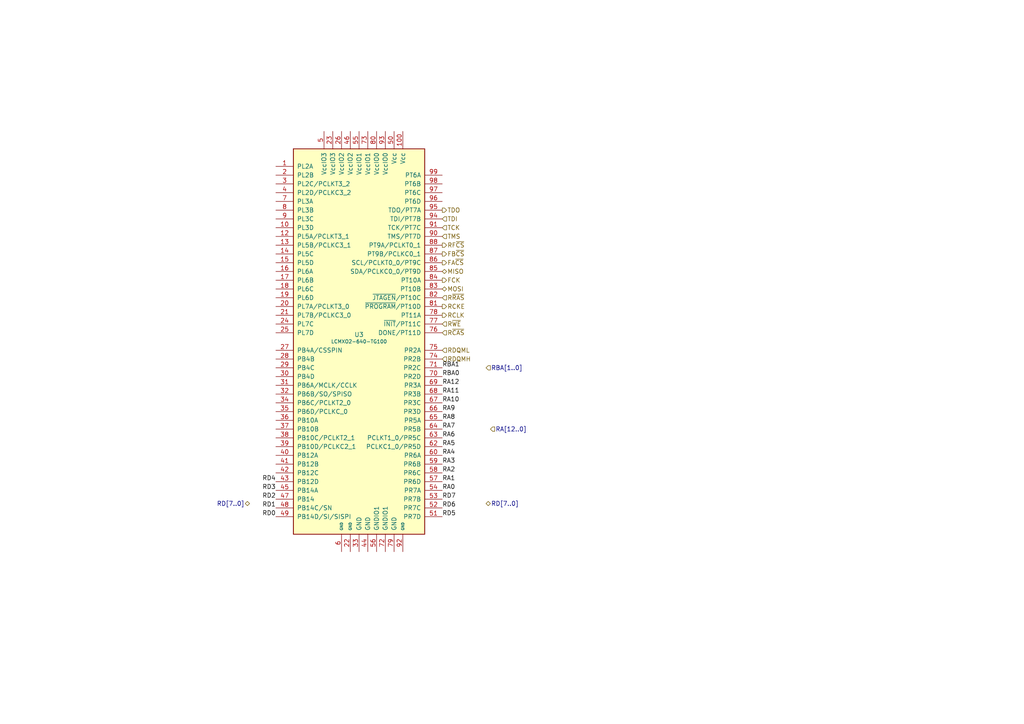
<source format=kicad_sch>
(kicad_sch (version 20230121) (generator eeschema)
  (paper "A4")
  (lib_symbols
    (symbol "GW_PLD:LCMXO2-640-TG100" (pin_names (offset 1.016))
      (property "Reference" "U" (at 0 1.27 0))
      (property "Value" "LCMXO2-640-TG100" (at 0 0 0))
      (symbol "LCMXO2-640-TG100_1_1"
        (rectangle (start -19.05 55.88) (end 19.05 -55.88) (stroke (width 0.254)) (fill (type background)))
        (pin bidirectional line (at -24.13 50.8 0) (length 5.08) (name "PL2A") (number "1"))
        (pin bidirectional line (at -24.13 33.02 0) (length 5.08) (name "PL3D") (number "10"))
        (pin power_in line (at 12.7 60.96 270) (length 5.08) (name "Vcc") (number "100"))
        (pin bidirectional line (at -24.13 30.48 0) (length 5.08) (name "PL5A/PCLKT3_1") (number "12"))
        (pin bidirectional line (at -24.13 27.94 0) (length 5.08) (name "PL5B/PCLKC3_1") (number "13"))
        (pin bidirectional line (at -24.13 25.4 0) (length 5.08) (name "PL5C") (number "14"))
        (pin bidirectional line (at -24.13 22.86 0) (length 5.08) (name "PL5D") (number "15"))
        (pin bidirectional line (at -24.13 20.32 0) (length 5.08) (name "PL6A") (number "16"))
        (pin bidirectional line (at -24.13 17.78 0) (length 5.08) (name "PL6B") (number "17"))
        (pin bidirectional line (at -24.13 15.24 0) (length 5.08) (name "PL6C") (number "18"))
        (pin bidirectional line (at -24.13 12.7 0) (length 5.08) (name "PL6D") (number "19"))
        (pin bidirectional line (at -24.13 48.26 0) (length 5.08) (name "PL2B") (number "2"))
        (pin bidirectional line (at -24.13 10.16 0) (length 5.08) (name "PL7A/PCLKT3_0") (number "20"))
        (pin bidirectional line (at -24.13 7.62 0) (length 5.08) (name "PL7B/PCLKC3_0") (number "21"))
        (pin power_in line (at -2.54 -60.96 90) (length 5.08) (name "GND") (number "22"))
        (pin power_in line (at -7.62 60.96 270) (length 5.08) (name "VccIO3") (number "23"))
        (pin bidirectional line (at -24.13 5.08 0) (length 5.08) (name "PL7C") (number "24"))
        (pin bidirectional line (at -24.13 2.54 0) (length 5.08) (name "PL7D") (number "25"))
        (pin power_in line (at -5.08 60.96 270) (length 5.08) (name "VccIO2") (number "26"))
        (pin bidirectional line (at -24.13 -2.54 0) (length 5.08) (name "PB4A/CSSPIN") (number "27"))
        (pin bidirectional line (at -24.13 -5.08 0) (length 5.08) (name "PB4B") (number "28"))
        (pin bidirectional line (at -24.13 -7.62 0) (length 5.08) (name "PB4C") (number "29"))
        (pin bidirectional line (at -24.13 45.72 0) (length 5.08) (name "PL2C/PCLKT3_2") (number "3"))
        (pin bidirectional line (at -24.13 -10.16 0) (length 5.08) (name "PB4D") (number "30"))
        (pin bidirectional line (at -24.13 -12.7 0) (length 5.08) (name "PB6A/MCLK/CCLK") (number "31"))
        (pin bidirectional line (at -24.13 -15.24 0) (length 5.08) (name "PB6B/SO/SPISO") (number "32"))
        (pin power_in line (at 0 -60.96 90) (length 5.08) (name "GND") (number "33"))
        (pin bidirectional line (at -24.13 -17.78 0) (length 5.08) (name "PB6C/PCLKT2_0") (number "34"))
        (pin bidirectional line (at -24.13 -20.32 0) (length 5.08) (name "PB6D/PCLKC_0") (number "35"))
        (pin bidirectional line (at -24.13 -22.86 0) (length 5.08) (name "PB10A") (number "36"))
        (pin bidirectional line (at -24.13 -25.4 0) (length 5.08) (name "PB10B") (number "37"))
        (pin bidirectional line (at -24.13 -27.94 0) (length 5.08) (name "PB10C/PCLKT2_1") (number "38"))
        (pin bidirectional line (at -24.13 -30.48 0) (length 5.08) (name "PB10D/PCLKC2_1") (number "39"))
        (pin bidirectional line (at -24.13 43.18 0) (length 5.08) (name "PL2D/PCLKC3_2") (number "4"))
        (pin bidirectional line (at -24.13 -33.02 0) (length 5.08) (name "PB12A") (number "40"))
        (pin bidirectional line (at -24.13 -35.56 0) (length 5.08) (name "PB12B") (number "41"))
        (pin bidirectional line (at -24.13 -38.1 0) (length 5.08) (name "PB12C") (number "42"))
        (pin bidirectional line (at -24.13 -40.64 0) (length 5.08) (name "PB12D") (number "43"))
        (pin power_in line (at 2.54 -60.96 90) (length 5.08) (name "GND") (number "44"))
        (pin bidirectional line (at -24.13 -43.18 0) (length 5.08) (name "PB14A") (number "45"))
        (pin power_in line (at -2.54 60.96 270) (length 5.08) (name "VccIO2") (number "46"))
        (pin bidirectional line (at -24.13 -45.72 0) (length 5.08) (name "PB14") (number "47"))
        (pin bidirectional line (at -24.13 -48.26 0) (length 5.08) (name "PB14C/SN") (number "48"))
        (pin bidirectional line (at -24.13 -50.8 0) (length 5.08) (name "PB14D/SI/SISPI") (number "49"))
        (pin power_in line (at -10.16 60.96 270) (length 5.08) (name "VccIO3") (number "5"))
        (pin power_in line (at 10.16 60.96 270) (length 5.08) (name "Vcc") (number "50"))
        (pin bidirectional line (at 24.13 -50.8 180) (length 5.08) (name "PR7D") (number "51"))
        (pin bidirectional line (at 24.13 -48.26 180) (length 5.08) (name "PR7C") (number "52"))
        (pin bidirectional line (at 24.13 -45.72 180) (length 5.08) (name "PR7B") (number "53"))
        (pin bidirectional line (at 24.13 -43.18 180) (length 5.08) (name "PR7A") (number "54"))
        (pin power_in line (at 0 60.96 270) (length 5.08) (name "VccIO1") (number "55"))
        (pin power_in line (at 5.08 -60.96 90) (length 5.08) (name "GNDIO1") (number "56"))
        (pin bidirectional line (at 24.13 -40.64 180) (length 5.08) (name "PR6D") (number "57"))
        (pin bidirectional line (at 24.13 -38.1 180) (length 5.08) (name "PR6C") (number "58"))
        (pin bidirectional line (at 24.13 -35.56 180) (length 5.08) (name "PR6B") (number "59"))
        (pin power_in line (at -5.08 -60.96 90) (length 5.08) (name "GND") (number "6"))
        (pin bidirectional line (at 24.13 -33.02 180) (length 5.08) (name "PR6A") (number "60"))
        (pin bidirectional line (at 24.13 -30.48 180) (length 5.08) (name "PCLKC1_0/PR5D") (number "62"))
        (pin bidirectional line (at 24.13 -27.94 180) (length 5.08) (name "PCLKT1_0/PR5C") (number "63"))
        (pin bidirectional line (at 24.13 -25.4 180) (length 5.08) (name "PR5B") (number "64"))
        (pin bidirectional line (at 24.13 -22.86 180) (length 5.08) (name "PR5A") (number "65"))
        (pin bidirectional line (at 24.13 -20.32 180) (length 5.08) (name "PR3D") (number "66"))
        (pin bidirectional line (at 24.13 -17.78 180) (length 5.08) (name "PR3C") (number "67"))
        (pin bidirectional line (at 24.13 -15.24 180) (length 5.08) (name "PR3B") (number "68"))
        (pin bidirectional line (at 24.13 -12.7 180) (length 5.08) (name "PR3A") (number "69"))
        (pin bidirectional line (at -24.13 40.64 0) (length 5.08) (name "PL3A") (number "7"))
        (pin bidirectional line (at 24.13 -10.16 180) (length 5.08) (name "PR2D") (number "70"))
        (pin bidirectional line (at 24.13 -7.62 180) (length 5.08) (name "PR2C") (number "71"))
        (pin power_in line (at 7.62 -60.96 90) (length 5.08) (name "GNDIO1") (number "72"))
        (pin power_in line (at 2.54 60.96 270) (length 5.08) (name "VccIO1") (number "73"))
        (pin bidirectional line (at 24.13 -5.08 180) (length 5.08) (name "PR2B") (number "74"))
        (pin bidirectional line (at 24.13 -2.54 180) (length 5.08) (name "PR2A") (number "75"))
        (pin bidirectional line (at 24.13 2.54 180) (length 5.08) (name "DONE/PT11D") (number "76"))
        (pin bidirectional line (at 24.13 5.08 180) (length 5.08) (name "~{INIT}/PT11C") (number "77"))
        (pin bidirectional line (at 24.13 7.62 180) (length 5.08) (name "PT11A") (number "78"))
        (pin power_in line (at 10.16 -60.96 90) (length 5.08) (name "GND") (number "79"))
        (pin bidirectional line (at -24.13 38.1 0) (length 5.08) (name "PL3B") (number "8"))
        (pin power_in line (at 5.08 60.96 270) (length 5.08) (name "VccIO0") (number "80"))
        (pin bidirectional line (at 24.13 10.16 180) (length 5.08) (name "~{PROGRAM}/PT10D") (number "81"))
        (pin bidirectional line (at 24.13 12.7 180) (length 5.08) (name "~{JTAGEN}/PT10C") (number "82"))
        (pin bidirectional line (at 24.13 15.24 180) (length 5.08) (name "PT10B") (number "83"))
        (pin bidirectional line (at 24.13 17.78 180) (length 5.08) (name "PT10A") (number "84"))
        (pin bidirectional line (at 24.13 20.32 180) (length 5.08) (name "SDA/PCLKC0_0/PT9D") (number "85"))
        (pin bidirectional line (at 24.13 22.86 180) (length 5.08) (name "SCL/PCLKT0_0/PT9C") (number "86"))
        (pin bidirectional line (at 24.13 25.4 180) (length 5.08) (name "PT9B/PCLKC0_1") (number "87"))
        (pin bidirectional line (at 24.13 27.94 180) (length 5.08) (name "PT9A/PCLKT0_1") (number "88"))
        (pin bidirectional line (at -24.13 35.56 0) (length 5.08) (name "PL3C") (number "9"))
        (pin bidirectional line (at 24.13 30.48 180) (length 5.08) (name "TMS/PT7D") (number "90"))
        (pin bidirectional line (at 24.13 33.02 180) (length 5.08) (name "TCK/PT7C") (number "91"))
        (pin power_in line (at 12.7 -60.96 90) (length 5.08) (name "GND") (number "92"))
        (pin power_in line (at 7.62 60.96 270) (length 5.08) (name "VccIO0") (number "93"))
        (pin bidirectional line (at 24.13 35.56 180) (length 5.08) (name "TDI/PT7B") (number "94"))
        (pin bidirectional line (at 24.13 38.1 180) (length 5.08) (name "TDO/PT7A") (number "95"))
        (pin bidirectional line (at 24.13 40.64 180) (length 5.08) (name "PT6D") (number "96"))
        (pin bidirectional line (at 24.13 43.18 180) (length 5.08) (name "PT6C") (number "97"))
        (pin bidirectional line (at 24.13 45.72 180) (length 5.08) (name "PT6B") (number "98"))
        (pin bidirectional line (at 24.13 48.26 180) (length 5.08) (name "PT6A") (number "99"))
      )
    )
  )
  (label "RA2" (at 128.27 137.16 0))
  (label "RBA0" (at 128.27 109.22 0))
  (label "RA1" (at 128.27 139.7 0))
  (label "RA8" (at 128.27 121.92 0))
  (label "RA12" (at 128.27 111.76 0))
  (label "RA9" (at 128.27 119.38 0))
  (label "RA11" (at 128.27 114.3 0))
  (label "RD6" (at 128.27 147.32 0))
  (label "RA3" (at 128.27 134.62 0))
  (label "RA7" (at 128.27 124.46 0))
  (label "RD4" (at 80.01 139.7 180))
  (label "RD2" (at 80.01 144.78 180))
  (label "RD0" (at 80.01 149.86 180))
  (label "RA0" (at 128.27 142.24 0))
  (label "RD5" (at 128.27 149.86 0))
  (label "RA10" (at 128.27 116.84 0))
  (label "RA6" (at 128.27 127 0))
  (label "RA5" (at 128.27 129.54 0))
  (label "RA4" (at 128.27 132.08 0))
  (label "RBA1" (at 128.27 106.68 0))
  (label "RD3" (at 80.01 142.24 180))
  (label "RD1" (at 80.01 147.32 180))
  (label "RD7" (at 128.27 144.78 0))
  (hierarchical_label "RDQMH" (shape input) (at 128.27 104.14 0))
  (hierarchical_label "MOSI" (shape bidirectional) (at 128.27 83.82 0))
  (hierarchical_label "FA~{CS}" (shape output) (at 128.27 76.2 0))
  (hierarchical_label "R~{CAS}" (shape input) (at 128.27 96.52 0))
  (hierarchical_label "RCKE" (shape output) (at 128.27 88.9 0))
  (hierarchical_label "RD[7..0]" (shape bidirectional) (at 140.97 146.05 0))
  (hierarchical_label "TDO" (shape output) (at 128.27 60.96 0))
  (hierarchical_label "RCLK" (shape output) (at 128.27 91.44 0))
  (hierarchical_label "TMS" (shape input) (at 128.27 68.58 0))
  (hierarchical_label "TCK" (shape input) (at 128.27 66.04 0))
  (hierarchical_label "R~{WE}" (shape input) (at 128.27 93.98 0))
  (hierarchical_label "RBA[1..0]" (shape input) (at 140.97 106.68 0))
  (hierarchical_label "RDQML" (shape input) (at 128.27 101.6 0))
  (hierarchical_label "RA[12..0]" (shape input) (at 142.24 124.46 0))
  (hierarchical_label "FCK" (shape output) (at 128.27 81.28 0))
  (hierarchical_label "RF~{CS}" (shape output) (at 128.27 71.12 0))
  (hierarchical_label "MISO" (shape bidirectional) (at 128.27 78.74 0))
  (hierarchical_label "TDI" (shape input) (at 128.27 63.5 0))
  (hierarchical_label "FB~{CS}" (shape output) (at 128.27 73.66 0))
  (hierarchical_label "R~{RAS}" (shape input) (at 128.27 86.36 0))
  (hierarchical_label "RD[7..0]" (shape bidirectional) (at 72.39 146.05 180))
  (symbol (lib_id "GW_PLD:LCMXO2-640-TG100") (at 104.14 99.06 0) (unit 1)
    (property "Reference" "U3" (at 104.14 97.79 0) (effects (justify bottom)))
    (property "Value" "LCMXO2-640-TG100" (at 104.14 99.06 0) (effects (font (size 1.016 1.016))))
    (property "Footprint" "stdpads:TQFP-100" (effects hide))
  )
)
</source>
